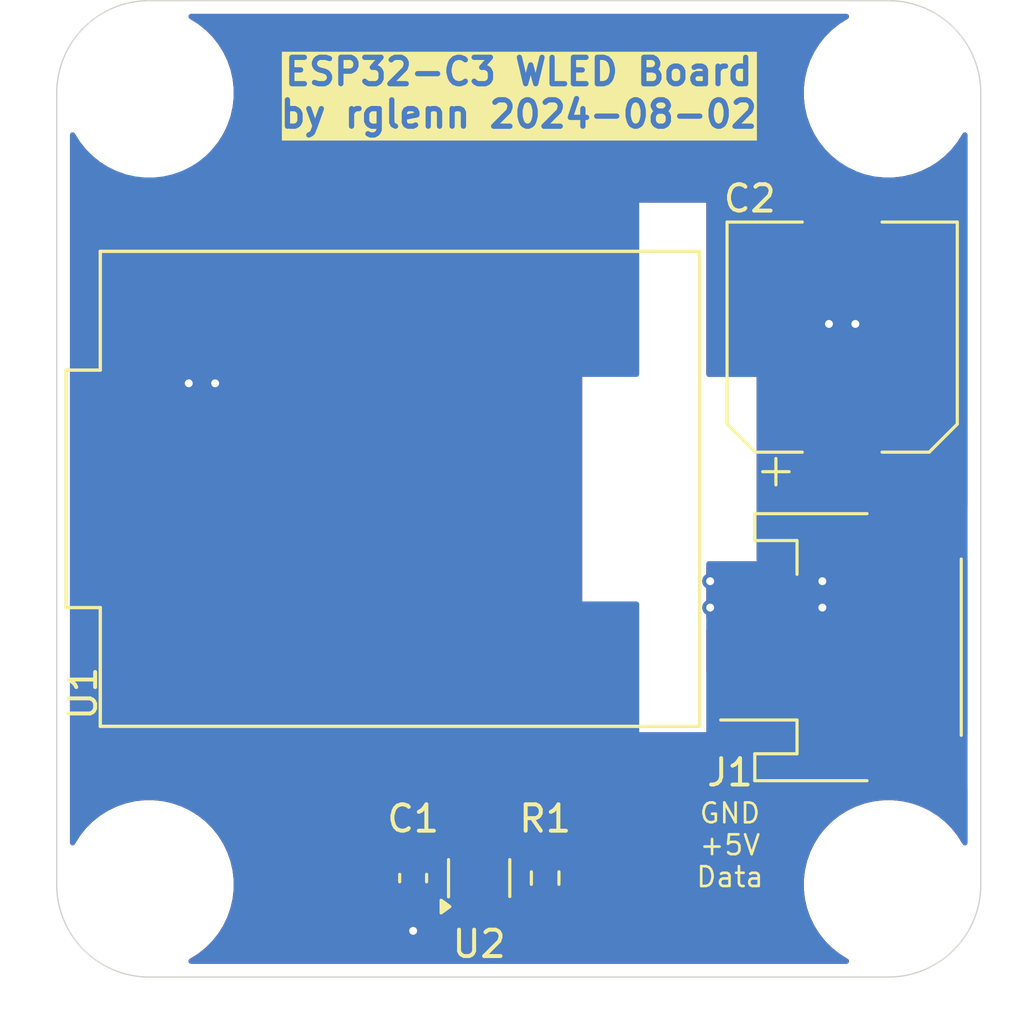
<source format=kicad_pcb>
(kicad_pcb (version 20240108) (generator "pcbnew") (generator_version "8.0")
  (layers (0 "F.Cu" signal) (31 "B.Cu" signal) (34 "B.Paste" user) (35 "F.Paste" user) (36 "B.SilkS" user "B.Silkscreen") (37 "F.SilkS" user "F.Silkscreen") (38 "B.Mask" user) (39 "F.Mask" user) (44 "Edge.Cuts" user))
  (net 0 "")
  (net 1 "+5V")
  (net 2 "GND")
  (net 3 "Net-(J1-Pin_1)")
  (net 4 "Net-(R1-Pad1)")
  (net 12 "Net-(U1-GPIO8)")
  (footprint "esp32-c3:MODULE_ESP32-C3_SUPERMINI" (layer "F.Cu") (at 169.5 100 90)
    (property "Reference" "U1" (at -7.75 -12 -90) (layer "F.SilkS"))
    (property "Value" "ESP32-C3_SUPERMINI")
    (fp_line (start 4.5 -12.65) (end -4.5 -12.65) (stroke (width 0.127)) (layer "F.SilkS"))
    (fp_line (start 4.5 -12.65) (end 4.5 -11.35) (stroke (width 0.127)) (layer "F.SilkS"))
    (fp_line (start -4.5 -12.65) (end -4.5 -11.35) (stroke (width 0.127)) (layer "F.SilkS"))
    (fp_line (start 9 -11.35) (end 4.5 -11.35) (stroke (width 0.127)) (layer "F.SilkS"))
    (fp_line (start -4.5 -11.35) (end -9 -11.35) (stroke (width 0.127)) (layer "F.SilkS"))
    (fp_line (start 9 11.35) (end 9 -11.35) (stroke (width 0.127)) (layer "F.SilkS"))
    (fp_line (start 9 11.35) (end -9 11.35) (stroke (width 0.127)) (layer "F.SilkS"))
    (fp_line (start -9 11.35) (end -9 -11.35) (stroke (width 0.127)) (layer "F.SilkS"))
    (pad "0" smd rect (at 7.62 7.88 90) (size 6 1.905) (layers "F.Cu" "F.Paste" "F.Mask"))
    (pad "1" smd rect (at 7.62 5.34 90) (size 6 1.905) (layers "F.Cu" "F.Paste" "F.Mask"))
    (pad "2" smd rect (at 7.62 2.8 90) (size 6 1.905) (layers "F.Cu" "F.Paste" "F.Mask"))
    (pad "3" smd rect (at 7.62 0.26 90) (size 6 1.905) (layers "F.Cu" "F.Paste" "F.Mask"))
    (pad "3.3" smd rect (at 7.62 -4.82 90) (size 6 1.905) (layers "F.Cu" "F.Paste" "F.Mask"))
    (pad "4" smd rect (at 7.62 -2.28 90) (size 6 1.905) (layers "F.Cu" "F.Paste" "F.Mask"))
    (pad "5" smd rect (at -7.62 -9.9 90) (size 6 1.905) (layers "F.Cu" "F.Paste" "F.Mask"))
    (pad "5V" smd rect (at 7.62 -9.9 90) (size 6 1.905) (layers "F.Cu" "F.Paste" "F.Mask") (net 1 "+5V"))
    (pad "6" smd rect (at -7.62 -7.36 90) (size 6 1.905) (layers "F.Cu" "F.Paste" "F.Mask"))
    (pad "7" smd rect (at -7.62 -4.82 90) (size 6 1.905) (layers "F.Cu" "F.Paste" "F.Mask"))
    (pad "8" smd rect (at -7.62 -2.28 90) (size 6 1.905) (layers "F.Cu" "F.Paste" "F.Mask") (net 12 "Net-(U1-GPIO8)"))
    (pad "9" smd rect (at -7.62 0.26 90) (size 6 1.905) (layers "F.Cu" "F.Paste" "F.Mask"))
    (pad "10" smd rect (at -7.62 2.8 90) (size 6 1.905) (layers "F.Cu" "F.Paste" "F.Mask"))
    (pad "20" smd rect (at -7.62 5.34 90) (size 6 1.905) (layers "F.Cu" "F.Paste" "F.Mask"))
    (pad "21" smd rect (at -7.62 7.88 90) (size 6 1.905) (layers "F.Cu" "F.Paste" "F.Mask"))
    (pad "G" smd rect (at 7.62 -7.36 90) (size 6 1.905) (layers "F.Cu" "F.Paste" "F.Mask") (net 2 "GND"))
  )
  (footprint "Capacitor_SMD:C_0603_1608Metric" (layer "F.Cu") (at 170 114.75 -90)
    (property "Reference" "C1" (at -2.25 0 180) (layer "F.SilkS"))
    (property "Value" "100n")
    (fp_line (start -0.14058 0.51) (end 0.14058 0.51) (stroke (width 0.12)) (layer "F.SilkS"))
    (fp_line (start -0.14058 -0.51) (end 0.14058 -0.51) (stroke (width 0.12)) (layer "F.SilkS"))
    (pad "1" smd roundrect (at -0.775 0 270) (size 0.9 0.95) (layers "F.Cu" "F.Paste" "F.Mask") (net 1 "+5V"))
    (pad "2" smd roundrect (at 0.775 0 270) (size 0.9 0.95) (layers "F.Cu" "F.Paste" "F.Mask") (net 2 "GND"))
  )
  (footprint "MountingHole:MountingHole_3.2mm_M3_ISO7380" (layer "F.Cu") (at 160 85)
    (property "Reference" "H1" (hide yes))
    (property "Value" "MountingHole")
    (pad "" np_thru_hole circle (at 0 0) (size 3.2 3.2) (drill 3.2) (layers "*.Cu" "*.Mask"))
  )
  (footprint "MountingHole:MountingHole_3.2mm_M3_ISO7380" (layer "F.Cu") (at 188 85)
    (property "Reference" "H2" (hide yes))
    (property "Value" "MountingHole")
    (pad "" np_thru_hole circle (at 0 0) (size 3.2 3.2) (drill 3.2) (layers "*.Cu" "*.Mask"))
  )
  (footprint "Package_TO_SOT_SMD:SOT-353_SC-70-5" (layer "F.Cu") (at 172.5 114.75 90)
    (property "Reference" "U2" (at -2.5 0 180) (layer "F.SilkS"))
    (property "Value" "74AHCT1G125")
    (fp_line (start -0.71 -1.16) (end 0.7 -1.16) (stroke (width 0.12)) (layer "F.SilkS"))
    (fp_line (start -0.7 1.16) (end 0.7 1.16) (stroke (width 0.12)) (layer "F.SilkS"))
    (fp_poly (pts (xy -1.08 -1.11) (xy -1.32 -1.44) (xy -0.84 -1.44) (xy -1.08 -1.11)) (stroke (width 0.12)) (fill solid) (layer "F.SilkS"))
    (pad "1" smd roundrect (at -0.95 -0.65 90) (size 0.65 0.4) (layers "F.Cu" "F.Paste" "F.Mask") (net 2 "GND"))
    (pad "2" smd roundrect (at -0.95 0 90) (size 0.65 0.4) (layers "F.Cu" "F.Paste" "F.Mask") (net 12 "Net-(U1-GPIO8)"))
    (pad "3" smd roundrect (at -0.95 0.65 90) (size 0.65 0.4) (layers "F.Cu" "F.Paste" "F.Mask") (net 2 "GND"))
    (pad "4" smd roundrect (at 0.95 0.65 90) (size 0.65 0.4) (layers "F.Cu" "F.Paste" "F.Mask") (net 4 "Net-(R1-Pad1)"))
    (pad "5" smd roundrect (at 0.95 -0.65 90) (size 0.65 0.4) (layers "F.Cu" "F.Paste" "F.Mask") (net 1 "+5V"))
  )
  (footprint "Connector_JST:JST_PH_S3B-PH-SM4-TB_1x03-1MP_P2.00mm_Horizontal" (layer "F.Cu") (at 186.25 106 90)
    (property "Reference" "J1" (at -4.75 -4.25 180) (layer "F.SilkS"))
    (property "Value" "Conn_01x03")
    (fp_line (start 5.06 -3.31) (end 4.04 -3.31) (stroke (width 0.12)) (layer "F.SilkS"))
    (fp_line (start 4.04 -3.31) (end 4.04 -1.71) (stroke (width 0.12)) (layer "F.SilkS"))
    (fp_line (start -4.04 -3.31) (end -4.04 -1.71) (stroke (width 0.12)) (layer "F.SilkS"))
    (fp_line (start -5.06 -3.31) (end -4.04 -3.31) (stroke (width 0.12)) (layer "F.SilkS"))
    (fp_line (start 4.04 -1.71) (end 2.76 -1.71) (stroke (width 0.12)) (layer "F.SilkS"))
    (fp_line (start -2.76 -1.71) (end -2.76 -4.6) (stroke (width 0.12)) (layer "F.SilkS"))
    (fp_line (start -4.04 -1.71) (end -2.76 -1.71) (stroke (width 0.12)) (layer "F.SilkS"))
    (fp_line (start 5.06 0.94) (end 5.06 -3.31) (stroke (width 0.12)) (layer "F.SilkS"))
    (fp_line (start -5.06 0.94) (end -5.06 -3.31) (stroke (width 0.12)) (layer "F.SilkS"))
    (fp_line (start -3.34 4.51) (end 3.34 4.51) (stroke (width 0.12)) (layer "F.SilkS"))
    (pad "1" smd roundrect (at -2 -2.85 90) (size 1 3.5) (layers "F.Cu" "F.Paste" "F.Mask") (net 3 "Net-(J1-Pin_1)"))
    (pad "2" smd roundrect (at 0 -2.85 90) (size 1 3.5) (layers "F.Cu" "F.Paste" "F.Mask") (net 1 "+5V"))
    (pad "3" smd roundrect (at 2 -2.85 90) (size 1 3.5) (layers "F.Cu" "F.Paste" "F.Mask") (net 2 "GND"))
    (pad "MP" smd roundrect (at -4.35 2.9 90) (size 1.5 3.4) (layers "F.Cu" "F.Paste" "F.Mask") (roundrect_rratio 0.166667))
    (pad "MP" smd roundrect (at 4.35 2.9 90) (size 1.5 3.4) (layers "F.Cu" "F.Paste" "F.Mask") (roundrect_rratio 0.166667))
  )
  (footprint "Resistor_SMD:R_0603_1608Metric" (layer "F.Cu") (at 175 114.75 90)
    (property "Reference" "R1" (at 2.25 0 180) (layer "F.SilkS"))
    (property "Value" "22")
    (fp_line (start -0.237258 -0.5225) (end 0.237258 -0.5225) (stroke (width 0.12)) (layer "F.SilkS"))
    (fp_line (start -0.237258 0.5225) (end 0.237258 0.5225) (stroke (width 0.12)) (layer "F.SilkS"))
    (pad "1" smd roundrect (at -0.825 0 90) (size 0.8 0.95) (layers "F.Cu" "F.Paste" "F.Mask") (net 4 "Net-(R1-Pad1)"))
    (pad "2" smd roundrect (at 0.825 0 90) (size 0.8 0.95) (layers "F.Cu" "F.Paste" "F.Mask") (net 3 "Net-(J1-Pin_1)"))
  )
  (footprint "Capacitor_SMD:CP_Elec_8x10.5" (layer "F.Cu") (at 186.25 94.25 90)
    (property "Reference" "C2" (at 5.25 -3.5 180) (layer "F.SilkS"))
    (property "Value" "100u")
    (fp_line (start 4.36 -4.36) (end 4.36 -1.51) (stroke (width 0.12)) (layer "F.SilkS"))
    (fp_line (start -3.295563 -4.36) (end 4.36 -4.36) (stroke (width 0.12)) (layer "F.SilkS"))
    (fp_line (start -4.36 -3.295563) (end -3.295563 -4.36) (stroke (width 0.12)) (layer "F.SilkS"))
    (fp_line (start -4.36 -3.295563) (end -4.36 -1.51) (stroke (width 0.12)) (layer "F.SilkS"))
    (fp_line (start -5.1 -3.01) (end -5.1 -2.01) (stroke (width 0.12)) (layer "F.SilkS"))
    (fp_line (start -5.6 -2.51) (end -4.6 -2.51) (stroke (width 0.12)) (layer "F.SilkS"))
    (fp_line (start -4.36 3.295563) (end -4.36 1.51) (stroke (width 0.12)) (layer "F.SilkS"))
    (fp_line (start -4.36 3.295563) (end -3.295563 4.36) (stroke (width 0.12)) (layer "F.SilkS"))
    (fp_line (start 4.36 4.36) (end 4.36 1.51) (stroke (width 0.12)) (layer "F.SilkS"))
    (fp_line (start -3.295563 4.36) (end 4.36 4.36) (stroke (width 0.12)) (layer "F.SilkS"))
    (pad "1" smd roundrect (at -3.7 0 90) (size 4.4 2.5) (layers "F.Cu" "F.Paste" "F.Mask") (roundrect_rratio 0.1) (net 1 "+5V"))
    (pad "2" smd roundrect (at 3.7 0 90) (size 4.4 2.5) (layers "F.Cu" "F.Paste" "F.Mask") (roundrect_rratio 0.1) (net 2 "GND"))
  )
  (footprint "MountingHole:MountingHole_3.2mm_M3_ISO7380" (layer "F.Cu") (at 160 115)
    (property "Reference" "H4" (hide yes))
    (property "Value" "MountingHole")
    (pad "" np_thru_hole circle (at 0 0) (size 3.2 3.2) (drill 3.2) (layers "*.Cu" "*.Mask"))
  )
  (footprint "MountingHole:MountingHole_3.2mm_M3_ISO7380" (layer "F.Cu") (at 188 115)
    (property "Reference" "H3" (hide yes))
    (property "Value" "MountingHole")
    (pad "" np_thru_hole circle (at 0 0) (size 3.2 3.2) (drill 3.2) (layers "*.Cu" "*.Mask"))
  )
  (gr_arc (start 191.5 115) (mid 190.474874 117.474874) (end 188 118.5) (stroke (width 0.05)) (layer "Edge.Cuts"))
  (gr_line (start 188 118.5) (end 160 118.5) (stroke (width 0.05)) (layer "Edge.Cuts"))
  (gr_line (start 191.5 85) (end 191.5 115) (stroke (width 0.05)) (layer "Edge.Cuts"))
  (gr_line (start 156.5 115) (end 156.5 85) (stroke (width 0.05)) (layer "Edge.Cuts"))
  (gr_arc (start 156.5 85) (mid 157.525126 82.525126) (end 160 81.5) (stroke (width 0.05)) (layer "Edge.Cuts"))
  (gr_line (start 160 81.5) (end 188 81.5) (stroke (width 0.05)) (layer "Edge.Cuts"))
  (gr_arc (start 160 118.5) (mid 157.525126 117.474874) (end 156.5 115) (stroke (width 0.05)) (layer "Edge.Cuts"))
  (gr_arc (start 188 81.5) (mid 190.474874 82.525126) (end 191.5 85) (stroke (width 0.05)) (layer "Edge.Cuts"))
  (gr_text "GND\n+5V\nData" (at 182 113.5 0) (layer "F.SilkS") (effects (font (size 0.75 0.75) (thickness 0.1))))
  (gr_text "ESP32-C3 WLED Board\nby rglenn 2024-08-02" (at 174 85 0) (layer "F.SilkS" knockout) (effects (font (size 1 1) (thickness 0.2) (bold yes))))
  (segment (start 181.229 106.299) (end 181.528 106) (width 0.2) (layer "F.Cu") (net 1))
  (segment (start 181.528 106) (end 183.4 106) (width 0.2) (layer "F.Cu") (net 1))
  (segment (start 186.5 98.5) (end 186.5 100.8) (width 0.2) (layer "F.Cu") (net 1))
  (segment (start 170.75 112) (end 180.227 112) (width 0.2) (layer "F.Cu") (net 1))
  (segment (start 180.227 112) (end 181.229 110.998) (width 0.2) (layer "F.Cu") (net 1))
  (segment (start 170 112.75) (end 170.75 112) (width 0.2) (layer "F.Cu") (net 1))
  (segment (start 170.175 113.8) (end 170 113.975) (width 0.2) (layer "F.Cu") (net 1))
  (segment (start 181.229 110.998) (end 181.229 106.299) (width 0.2) (layer "F.Cu") (net 1))
  (segment (start 170 113.975) (end 170 112.75) (width 0.2) (layer "F.Cu") (net 1))
  (segment (start 171.85 113.8) (end 170.175 113.8) (width 0.2) (layer "F.Cu") (net 1))
  (segment (start 186.25 90.55) (end 186.25 93.25) (width 0.2) (layer "F.Cu") (net 2))
  (segment (start 162.14 92.38) (end 162.14 95.36) (width 0.2) (layer "F.Cu") (net 2))
  (segment (start 183.4 104) (end 185.5 104) (width 0.2) (layer "F.Cu") (net 2))
  (segment (start 186.25 93.25) (end 185.75 93.75) (width 0.2) (layer "F.Cu") (net 2))
  (segment (start 185.5 104) (end 185.5 104.5) (width 0.2) (layer "F.Cu") (net 2))
  (segment (start 170 115.525) (end 170 116.75) (width 0.2) (layer "F.Cu") (net 2))
  (segment (start 185.75 93.75) (end 186.75 93.75) (width 0.2) (layer "F.Cu") (net 2))
  (segment (start 162.14 95.36) (end 161.5 96) (width 0.2) (layer "F.Cu") (net 2))
  (segment (start 183.4 104) (end 181.75 104) (width 0.2) (layer "F.Cu") (net 2))
  (segment (start 185.5 103.5) (end 185.5 104) (width 0.2) (layer "F.Cu") (net 2))
  (segment (start 181.75 104) (end 181.25 104.5) (width 0.2) (layer "F.Cu") (net 2))
  (via (at 181.25 103.5) (size 0.6) (drill 0.3) (layers "F.Cu" "B.Cu") (net 2))
  (via (at 185.5 104.5) (size 0.6) (drill 0.3) (layers "F.Cu" "B.Cu") (net 2))
  (via (at 186.75 93.75) (size 0.6) (drill 0.3) (layers "F.Cu" "B.Cu") (net 2))
  (via (at 185.5 103.5) (size 0.6) (drill 0.3) (layers "F.Cu" "B.Cu") (net 2))
  (via (at 170 116.75) (size 0.6) (drill 0.3) (layers "F.Cu" "B.Cu") (net 2))
  (via (at 162.5 96) (size 0.6) (drill 0.3) (layers "F.Cu" "B.Cu") (net 2))
  (via (at 185.75 93.75) (size 0.6) (drill 0.3) (layers "F.Cu" "B.Cu") (net 2))
  (via (at 181.25 104.5) (size 0.6) (drill 0.3) (layers "F.Cu" "B.Cu") (net 2))
  (via (at 161.5 96) (size 0.6) (drill 0.3) (layers "F.Cu" "B.Cu") (net 2))
  (segment (start 181.25 104.5) (end 181.25 103.5) (width 0.2) (layer "B.Cu") (net 2))
  (segment (start 161.5 96) (end 162.5 96) (width 0.2) (layer "B.Cu") (net 2))
  (segment (start 180.969 113.925) (end 183.4 111.494) (width 0.2) (layer "F.Cu") (net 3))
  (segment (start 175 113.925) (end 180.969 113.925) (width 0.2) (layer "F.Cu") (net 3))
  (segment (start 183.4 111.494) (end 183.4 108) (width 0.2) (layer "F.Cu") (net 3))
  (segment (start 174.325 115.575) (end 173.15 114.4) (width 0.2) (layer "F.Cu") (net 4))
  (segment (start 173.15 114.4) (end 173.15 113.8) (width 0.2) (layer "F.Cu") (net 4))
  (segment (start 175 115.575) (end 174.325 115.575) (width 0.2) (layer "F.Cu") (net 4))
  (segment (start 172 114.75) (end 171.975 114.775) (width 0.2) (layer "F.Cu") (net 12))
  (segment (start 167.22 113.72) (end 168.25 114.75) (width 0.2) (layer "F.Cu") (net 12))
  (segment (start 172.5 115.7) (end 172.5 115.25) (width 0.2) (layer "F.Cu") (net 12))
  (segment (start 168.25 114.75) (end 172 114.75) (width 0.2) (layer "F.Cu") (net 12))
  (segment (start 167.22 107.62) (end 167.22 113.72) (width 0.2) (layer "F.Cu") (net 12))
  (segment (start 172.5 115.25) (end 172 114.75) (width 0.2) (layer "F.Cu") (net 12))
  (zone (net 1) (net_name "+5V") (layer "F.Cu") (priority 1) (connect_pads (clearance 0.254)) (min_thickness 0.2032) (fill yes (thermal_gap 0.254) (thermal_bridge_width 0.254))
    (polygon (pts (xy 158.496 88.519) (xy 161.163 88.519) (xy 162.052 87.63) (xy 182.118 87.63) (xy 182.88 88.392) (xy 182.88 93.853) (xy 183.769 94.742) (xy 187.5 94.75) (xy 188.25 95.5) (xy 188.25 99.75) (xy 187 101) (xy 187 106.25) (xy 186.25 107) (xy 181.102 107) (xy 181.102 89.281) (xy 160.909 89.281) (xy 160.909 95.504) (xy 160.655 95.758) (xy 158.496 95.758) (xy 157.988 95.25) (xy 158 89)))
  )
  (zone (net 2) (net_name "GND") (layer "F.Cu") (priority 2) (connect_pads (clearance 0.254)) (min_thickness 0.2032) (fill yes (thermal_gap 0.254) (thermal_bridge_width 0.254))
    (polygon (pts (xy 180.75 103.5) (xy 181.25 103) (xy 185.5 103) (xy 186 103.5) (xy 186 104.5) (xy 185.5 105) (xy 181.25 105) (xy 180.75 104.5)))
  )
  (zone (net 2) (net_name "GND") (layers "F&B.Cu") (connect_pads (clearance 0.254)) (min_thickness 0.2032) (fill yes (thermal_gap 0.2032) (thermal_bridge_width 0.2032))
    (polygon (pts (xy 191.5 81.5) (xy 191.5 118.5) (xy 156.5 118.5) (xy 156.5 81.5)))
  )
  (zone (net 0) (net_name "") (layers "F&B.Cu") (connect_pads (clearance 0)) (min_thickness 0.25)
    (keepout (tracks not_allowed) (vias not_allowed) (pads not_allowed) (copperpour not_allowed) (footprints allowed))
    (fill (thermal_gap 0.5) (thermal_bridge_width 0.5))
    (polygon (pts (xy 178.562 104.267) (xy 176.403 104.267) (xy 176.403 95.758) (xy 178.562 95.758) (xy 178.562 89.154) (xy 181.102 89.154) (xy 181.102 95.758) (xy 183.007 95.758) (xy 183.007 102.743) (xy 181.102 102.743) (xy 181.102 109.22) (xy 178.562 109.22)))
  )
)
</source>
